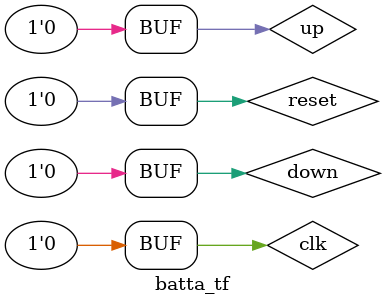
<source format=v>
`timescale 1ns / 1ps


module batta_tf;

	// Inputs
	reg clk;
	reg reset;
	reg up;
	reg down;

	// Outputs
	wire [9:0] y;

	// Instantiate the Unit Under Test (UUT)
	barra uut (
		.clk(clk), 
		.reset(reset), 
		.up(up), 
		.down(down), 
		.y(y)
	);

	initial begin
		// Initialize Inputs
		clk = 0;
		reset = 0;
		up = 0;
		down = 0;

		// Wait 100 ns for global reset to finish
		#100;
        
		// Add stimulus here

	end
      
endmodule


</source>
